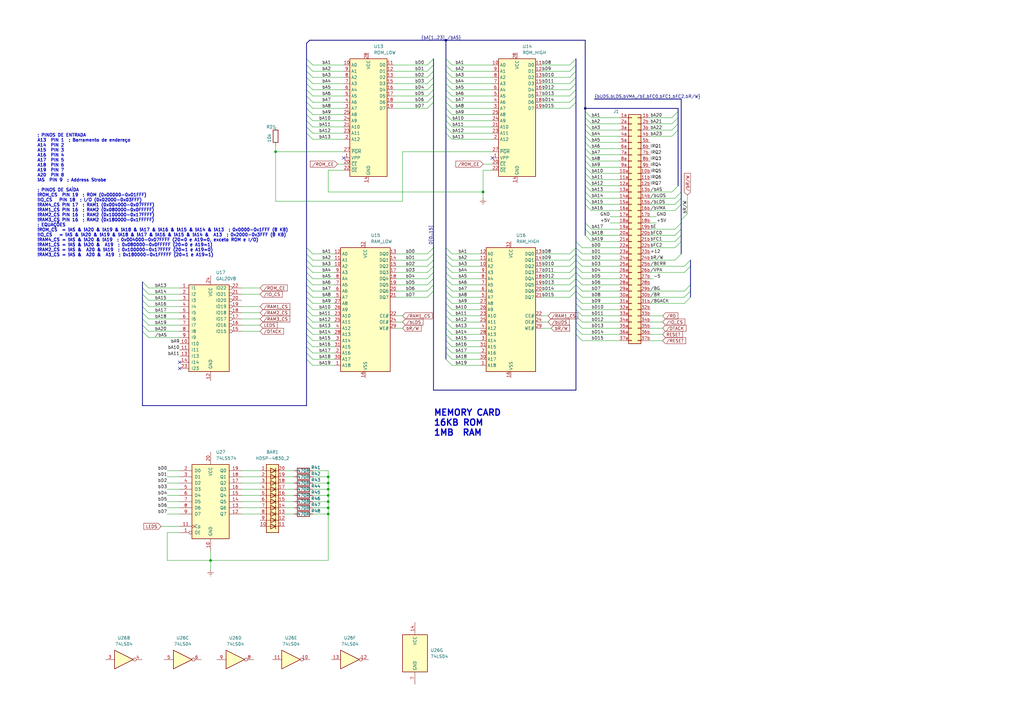
<source format=kicad_sch>
(kicad_sch (version 20230121) (generator eeschema)
  (paper "A3")
  (junction (at 134.62 208.28))
  (junction (at 134.62 205.74))
  (junction (at 86.36 229.87))
  (junction (at 134.62 203.2))
  (junction (at 240.03 44.45))
  (junction (at 134.62 195.58))
  (junction (at 182.88 16.51))
  (junction (at 134.62 200.66))
  (junction (at 134.62 198.12))
  (junction (at 113.03 62.23))
  (junction (at 134.62 210.82))
  (junction (at 198.12 78.74))
  (no_connect (at 73.66 151.13))
  (no_connect (at 201.93 64.77))
  (no_connect (at 73.66 148.59))
  (no_connect (at 140.97 64.77))
  (bus_entry (at 177.8 116.84) (size -2.54 2.54))
  (bus_entry (at 58.42 128.27) (size 2.54 2.54))
  (bus_entry (at 240.03 76.2) (size 2.54 2.54))
  (bus_entry (at 182.88 147.32) (size 2.54 2.54))
  (bus_entry (at 58.42 133.35) (size 2.54 2.54))
  (bus_entry (at 182.88 29.21) (size 2.54 2.54))
  (bus_entry (at 236.22 134.62) (size 2.54 2.54))
  (bus_entry (at 182.88 137.16) (size 2.54 2.54))
  (bus_entry (at 236.22 24.13) (size -2.54 2.54))
  (bus_entry (at 182.88 44.45) (size 2.54 2.54))
  (bus_entry (at 240.03 66.04) (size 2.54 2.54))
  (bus_entry (at 182.88 36.83) (size 2.54 2.54))
  (bus_entry (at 125.73 31.75) (size 2.54 2.54))
  (bus_entry (at 240.03 83.82) (size 2.54 2.54))
  (bus_entry (at 240.03 96.52) (size 2.54 2.54))
  (bus_entry (at 58.42 135.89) (size 2.54 2.54))
  (bus_entry (at 236.22 109.22) (size 2.54 2.54))
  (bus_entry (at 177.8 34.29) (size -2.54 2.54))
  (bus_entry (at 182.88 39.37) (size 2.54 2.54))
  (bus_entry (at 236.22 124.46) (size 2.54 2.54))
  (bus_entry (at 182.88 114.3) (size 2.54 2.54))
  (bus_entry (at 240.03 78.74) (size 2.54 2.54))
  (bus_entry (at 236.22 116.84) (size -2.54 2.54))
  (bus_entry (at 240.03 55.88) (size 2.54 2.54))
  (bus_entry (at 236.22 36.83) (size -2.54 2.54))
  (bus_entry (at 125.73 49.53) (size 2.54 2.54))
  (bus_entry (at 182.88 116.84) (size 2.54 2.54))
  (bus_entry (at 182.88 54.61) (size 2.54 2.54))
  (bus_entry (at 182.88 31.75) (size 2.54 2.54))
  (bus_entry (at 236.22 121.92) (size 2.54 2.54))
  (bus_entry (at 125.73 36.83) (size 2.54 2.54))
  (bus_entry (at 278.13 45.72) (size -2.54 2.54))
  (bus_entry (at 177.8 41.91) (size -2.54 2.54))
  (bus_entry (at 236.22 119.38) (size -2.54 2.54))
  (bus_entry (at 236.22 137.16) (size 2.54 2.54))
  (bus_entry (at 279.4 96.52) (size -2.54 2.54))
  (bus_entry (at 177.8 29.21) (size -2.54 2.54))
  (bus_entry (at 240.03 58.42) (size 2.54 2.54))
  (bus_entry (at 236.22 101.6) (size 2.54 2.54))
  (bus_entry (at 177.8 106.68) (size -2.54 2.54))
  (bus_entry (at 236.22 41.91) (size -2.54 2.54))
  (bus_entry (at 177.8 104.14) (size -2.54 2.54))
  (bus_entry (at 125.73 104.14) (size 2.54 2.54))
  (bus_entry (at 182.88 109.22) (size 2.54 2.54))
  (bus_entry (at 182.88 41.91) (size 2.54 2.54))
  (bus_entry (at 125.73 144.78) (size 2.54 2.54))
  (bus_entry (at 182.88 34.29) (size 2.54 2.54))
  (bus_entry (at 58.42 118.11) (size 2.54 2.54))
  (bus_entry (at 125.73 109.22) (size 2.54 2.54))
  (bus_entry (at 125.73 129.54) (size 2.54 2.54))
  (bus_entry (at 240.03 91.44) (size 2.54 2.54))
  (bus_entry (at 125.73 124.46) (size 2.54 2.54))
  (bus_entry (at 182.88 139.7) (size 2.54 2.54))
  (bus_entry (at 182.88 119.38) (size 2.54 2.54))
  (bus_entry (at 125.73 137.16) (size 2.54 2.54))
  (bus_entry (at 236.22 111.76) (size 2.54 2.54))
  (bus_entry (at 125.73 127) (size 2.54 2.54))
  (bus_entry (at 283.21 116.84) (size -2.54 2.54))
  (bus_entry (at 125.73 119.38) (size 2.54 2.54))
  (bus_entry (at 240.03 60.96) (size 2.54 2.54))
  (bus_entry (at 125.73 111.76) (size 2.54 2.54))
  (bus_entry (at 236.22 101.6) (size -2.54 2.54))
  (bus_entry (at 240.03 48.26) (size 2.54 2.54))
  (bus_entry (at 240.03 68.58) (size 2.54 2.54))
  (bus_entry (at 125.73 52.07) (size 2.54 2.54))
  (bus_entry (at 236.22 114.3) (size 2.54 2.54))
  (bus_entry (at 278.13 50.8) (size -2.54 2.54))
  (bus_entry (at 182.88 121.92) (size 2.54 2.54))
  (bus_entry (at 182.88 106.68) (size 2.54 2.54))
  (bus_entry (at 125.73 106.68) (size 2.54 2.54))
  (bus_entry (at 236.22 132.08) (size 2.54 2.54))
  (bus_entry (at 236.22 119.38) (size 2.54 2.54))
  (bus_entry (at 182.88 129.54) (size 2.54 2.54))
  (bus_entry (at 283.21 106.68) (size -2.54 2.54))
  (bus_entry (at 182.88 104.14) (size 2.54 2.54))
  (bus_entry (at 236.22 26.67) (size -2.54 2.54))
  (bus_entry (at 125.73 101.6) (size 2.54 2.54))
  (bus_entry (at 125.73 139.7) (size 2.54 2.54))
  (bus_entry (at 240.03 45.72) (size 2.54 2.54))
  (bus_entry (at 278.13 53.34) (size -2.54 2.54))
  (bus_entry (at 125.73 121.92) (size 2.54 2.54))
  (bus_entry (at 182.88 111.76) (size 2.54 2.54))
  (bus_entry (at 283.21 109.22) (size -2.54 2.54))
  (bus_entry (at 279.4 99.06) (size -2.54 2.54))
  (bus_entry (at 182.88 46.99) (size 2.54 2.54))
  (bus_entry (at 236.22 106.68) (size -2.54 2.54))
  (bus_entry (at 182.88 144.78) (size 2.54 2.54))
  (bus_entry (at 182.88 49.53) (size 2.54 2.54))
  (bus_entry (at 125.73 44.45) (size 2.54 2.54))
  (bus_entry (at 279.4 91.44) (size -2.54 2.54))
  (bus_entry (at 236.22 109.22) (size -2.54 2.54))
  (bus_entry (at 240.03 93.98) (size 2.54 2.54))
  (bus_entry (at 125.73 147.32) (size 2.54 2.54))
  (bus_entry (at 236.22 31.75) (size -2.54 2.54))
  (bus_entry (at 236.22 114.3) (size -2.54 2.54))
  (bus_entry (at 236.22 99.06) (size 2.54 2.54))
  (bus_entry (at 283.21 121.92) (size -2.54 2.54))
  (bus_entry (at 279.4 93.98) (size -2.54 2.54))
  (bus_entry (at 125.73 134.62) (size 2.54 2.54))
  (bus_entry (at 236.22 39.37) (size -2.54 2.54))
  (bus_entry (at 279.4 81.28) (size -2.54 2.54))
  (bus_entry (at 279.4 90.17) (size 2.54 -2.54))
  (bus_entry (at 125.73 41.91) (size 2.54 2.54))
  (bus_entry (at 125.73 132.08) (size 2.54 2.54))
  (bus_entry (at 177.8 109.22) (size -2.54 2.54))
  (bus_entry (at 240.03 81.28) (size 2.54 2.54))
  (bus_entry (at 58.42 130.81) (size 2.54 2.54))
  (bus_entry (at 279.4 104.14) (size -2.54 2.54))
  (bus_entry (at 236.22 29.21) (size -2.54 2.54))
  (bus_entry (at 236.22 106.68) (size 2.54 2.54))
  (bus_entry (at 125.73 24.13) (size 2.54 2.54))
  (bus_entry (at 182.88 132.08) (size 2.54 2.54))
  (bus_entry (at 278.13 76.2) (size -2.54 2.54))
  (bus_entry (at 177.8 24.13) (size -2.54 2.54))
  (bus_entry (at 182.88 24.13) (size 2.54 2.54))
  (bus_entry (at 125.73 26.67) (size 2.54 2.54))
  (bus_entry (at 125.73 39.37) (size 2.54 2.54))
  (bus_entry (at 182.88 101.6) (size 2.54 2.54))
  (bus_entry (at 125.73 34.29) (size 2.54 2.54))
  (bus_entry (at 240.03 73.66) (size 2.54 2.54))
  (bus_entry (at 236.22 127) (size 2.54 2.54))
  (bus_entry (at 182.88 127) (size 2.54 2.54))
  (bus_entry (at 58.42 125.73) (size 2.54 2.54))
  (bus_entry (at 177.8 119.38) (size -2.54 2.54))
  (bus_entry (at 182.88 52.07) (size 2.54 2.54))
  (bus_entry (at 125.73 142.24) (size 2.54 2.54))
  (bus_entry (at 177.8 31.75) (size -2.54 2.54))
  (bus_entry (at 58.42 115.57) (size 2.54 2.54))
  (bus_entry (at 182.88 124.46) (size 2.54 2.54))
  (bus_entry (at 177.8 101.6) (size -2.54 2.54))
  (bus_entry (at 177.8 26.67) (size -2.54 2.54))
  (bus_entry (at 182.88 26.67) (size 2.54 2.54))
  (bus_entry (at 240.03 50.8) (size 2.54 2.54))
  (bus_entry (at 236.22 116.84) (size 2.54 2.54))
  (bus_entry (at 182.88 134.62) (size 2.54 2.54))
  (bus_entry (at 236.22 111.76) (size -2.54 2.54))
  (bus_entry (at 240.03 63.5) (size 2.54 2.54))
  (bus_entry (at 58.42 120.65) (size 2.54 2.54))
  (bus_entry (at 177.8 114.3) (size -2.54 2.54))
  (bus_entry (at 177.8 111.76) (size -2.54 2.54))
  (bus_entry (at 236.22 104.14) (size -2.54 2.54))
  (bus_entry (at 236.22 129.54) (size 2.54 2.54))
  (bus_entry (at 236.22 34.29) (size -2.54 2.54))
  (bus_entry (at 125.73 46.99) (size 2.54 2.54))
  (bus_entry (at 236.22 104.14) (size 2.54 2.54))
  (bus_entry (at 279.4 83.82) (size -2.54 2.54))
  (bus_entry (at 125.73 114.3) (size 2.54 2.54))
  (bus_entry (at 125.73 29.21) (size 2.54 2.54))
  (bus_entry (at 58.42 123.19) (size 2.54 2.54))
  (bus_entry (at 240.03 71.12) (size 2.54 2.54))
  (bus_entry (at 182.88 142.24) (size 2.54 2.54))
  (bus_entry (at 177.8 36.83) (size -2.54 2.54))
  (bus_entry (at 283.21 119.38) (size -2.54 2.54))
  (bus_entry (at 125.73 54.61) (size 2.54 2.54))
  (bus_entry (at 278.13 48.26) (size -2.54 2.54))
  (bus_entry (at 240.03 53.34) (size 2.54 2.54))
  (bus_entry (at 279.4 78.74) (size -2.54 2.54))
  (bus_entry (at 177.8 39.37) (size -2.54 2.54))
  (bus_entry (at 125.73 116.84) (size 2.54 2.54))
  (wire (pts (xy 267.97 114.3) (xy 266.7 114.3)))
  (bus (pts (xy 125.73 41.91) (xy 125.73 44.45)))
  (wire (pts (xy 238.76 132.08) (xy 254 132.08)))
  (wire (pts (xy 165.1 62.23) (xy 201.93 62.23)))
  (wire (pts (xy 222.25 26.67) (xy 233.68 26.67)))
  (bus (pts (xy 125.73 132.08) (xy 125.73 134.62)))
  (wire (pts (xy 128.27 147.32) (xy 137.16 147.32)))
  (bus (pts (xy 182.88 127) (xy 182.88 129.54)))
  (wire (pts (xy 185.42 137.16) (xy 196.85 137.16)))
  (bus (pts (xy 236.22 39.37) (xy 236.22 41.91)))
  (wire (pts (xy 242.57 93.98) (xy 254 93.98)))
  (bus (pts (xy 182.88 129.54) (xy 182.88 132.08)))
  (wire (pts (xy 128.27 34.29) (xy 140.97 34.29)))
  (wire (pts (xy 238.76 121.92) (xy 254 121.92)))
  (bus (pts (xy 58.42 130.81) (xy 58.42 133.35)))
  (wire (pts (xy 128.27 198.12) (xy 134.62 198.12)))
  (wire (pts (xy 162.56 116.84) (xy 175.26 116.84)))
  (wire (pts (xy 165.1 134.62) (xy 162.56 134.62)))
  (bus (pts (xy 182.88 29.21) (xy 182.88 31.75)))
  (wire (pts (xy 68.58 208.28) (xy 73.66 208.28)))
  (bus (pts (xy 236.22 124.46) (xy 236.22 127)))
  (wire (pts (xy 106.68 203.2) (xy 99.06 203.2)))
  (bus (pts (xy 127 16.51) (xy 125.73 17.78)))
  (wire (pts (xy 106.68 130.81) (xy 99.06 130.81)))
  (wire (pts (xy 242.57 86.36) (xy 254 86.36)))
  (wire (pts (xy 68.58 193.04) (xy 73.66 193.04)))
  (bus (pts (xy 236.22 34.29) (xy 236.22 36.83)))
  (wire (pts (xy 128.27 57.15) (xy 140.97 57.15)))
  (bus (pts (xy 125.73 106.68) (xy 125.73 109.22)))
  (bus (pts (xy 278.13 53.34) (xy 278.13 76.2)))
  (wire (pts (xy 106.68 200.66) (xy 99.06 200.66)))
  (wire (pts (xy 134.62 198.12) (xy 134.62 200.66)))
  (bus (pts (xy 240.03 71.12) (xy 240.03 73.66)))
  (wire (pts (xy 128.27 54.61) (xy 140.97 54.61)))
  (bus (pts (xy 283.21 119.38) (xy 283.21 121.92)))
  (wire (pts (xy 281.94 80.01) (xy 281.94 87.63)))
  (wire (pts (xy 185.42 29.21) (xy 201.93 29.21)))
  (bus (pts (xy 182.88 46.99) (xy 182.88 49.53)))
  (wire (pts (xy 222.25 119.38) (xy 233.68 119.38)))
  (wire (pts (xy 276.86 81.28) (xy 266.7 81.28)))
  (wire (pts (xy 280.67 119.38) (xy 266.7 119.38)))
  (wire (pts (xy 134.62 69.85) (xy 140.97 69.85)))
  (wire (pts (xy 128.27 111.76) (xy 137.16 111.76)))
  (wire (pts (xy 60.96 120.65) (xy 73.66 120.65)))
  (bus (pts (xy 177.8 36.83) (xy 177.8 39.37)))
  (bus (pts (xy 125.73 147.32) (xy 125.73 166.37)))
  (wire (pts (xy 86.36 229.87) (xy 134.62 229.87)))
  (wire (pts (xy 185.42 39.37) (xy 201.93 39.37)))
  (wire (pts (xy 185.42 104.14) (xy 196.85 104.14)))
  (wire (pts (xy 116.84 205.74) (xy 120.65 205.74)))
  (wire (pts (xy 106.68 135.89) (xy 99.06 135.89)))
  (bus (pts (xy 279.4 78.74) (xy 279.4 81.28)))
  (wire (pts (xy 198.12 69.85) (xy 201.93 69.85)))
  (bus (pts (xy 279.4 90.17) (xy 279.4 91.44)))
  (wire (pts (xy 86.36 229.87) (xy 86.36 233.68)))
  (bus (pts (xy 278.13 48.26) (xy 278.13 50.8)))
  (wire (pts (xy 276.86 101.6) (xy 266.7 101.6)))
  (bus (pts (xy 240.03 68.58) (xy 240.03 71.12)))
  (wire (pts (xy 128.27 203.2) (xy 134.62 203.2)))
  (bus (pts (xy 182.88 54.61) (xy 182.88 101.6)))
  (wire (pts (xy 113.03 62.23) (xy 140.97 62.23)))
  (wire (pts (xy 242.57 81.28) (xy 254 81.28)))
  (wire (pts (xy 161.29 31.75) (xy 175.26 31.75)))
  (bus (pts (xy 236.22 134.62) (xy 236.22 137.16)))
  (wire (pts (xy 60.96 128.27) (xy 73.66 128.27)))
  (wire (pts (xy 238.76 114.3) (xy 254 114.3)))
  (bus (pts (xy 125.73 137.16) (xy 125.73 139.7)))
  (wire (pts (xy 276.86 93.98) (xy 266.7 93.98)))
  (wire (pts (xy 106.68 210.82) (xy 99.06 210.82)))
  (bus (pts (xy 182.88 16.51) (xy 240.03 16.51)))
  (wire (pts (xy 242.57 58.42) (xy 254 58.42)))
  (bus (pts (xy 182.88 144.78) (xy 182.88 147.32)))
  (bus (pts (xy 177.8 106.68) (xy 177.8 109.22)))
  (bus (pts (xy 279.4 96.52) (xy 279.4 99.06)))
  (bus (pts (xy 240.03 53.34) (xy 240.03 55.88)))
  (bus (pts (xy 182.88 49.53) (xy 182.88 52.07)))
  (bus (pts (xy 278.13 45.72) (xy 278.13 48.26)))
  (wire (pts (xy 66.04 215.9) (xy 73.66 215.9)))
  (wire (pts (xy 128.27 205.74) (xy 134.62 205.74)))
  (wire (pts (xy 242.57 53.34) (xy 254 53.34)))
  (wire (pts (xy 128.27 109.22) (xy 137.16 109.22)))
  (bus (pts (xy 182.88 39.37) (xy 182.88 41.91)))
  (wire (pts (xy 276.86 106.68) (xy 266.7 106.68)))
  (wire (pts (xy 238.76 101.6) (xy 254 101.6)))
  (bus (pts (xy 177.8 24.13) (xy 177.8 26.67)))
  (wire (pts (xy 185.42 134.62) (xy 196.85 134.62)))
  (wire (pts (xy 162.56 119.38) (xy 175.26 119.38)))
  (wire (pts (xy 106.68 120.65) (xy 99.06 120.65)))
  (wire (pts (xy 128.27 142.24) (xy 137.16 142.24)))
  (bus (pts (xy 182.88 124.46) (xy 182.88 127)))
  (bus (pts (xy 58.42 166.37) (xy 125.73 166.37)))
  (wire (pts (xy 134.62 69.85) (xy 134.62 78.74)))
  (bus (pts (xy 278.13 50.8) (xy 278.13 53.34)))
  (bus (pts (xy 58.42 133.35) (xy 58.42 135.89)))
  (wire (pts (xy 185.42 36.83) (xy 201.93 36.83)))
  (wire (pts (xy 242.57 73.66) (xy 254 73.66)))
  (wire (pts (xy 161.29 26.67) (xy 175.26 26.67)))
  (bus (pts (xy 125.73 101.6) (xy 125.73 104.14)))
  (wire (pts (xy 185.42 121.92) (xy 196.85 121.92)))
  (wire (pts (xy 222.25 114.3) (xy 233.68 114.3)))
  (wire (pts (xy 161.29 39.37) (xy 175.26 39.37)))
  (bus (pts (xy 236.22 101.6) (xy 236.22 104.14)))
  (bus (pts (xy 177.8 34.29) (xy 177.8 36.83)))
  (wire (pts (xy 185.42 132.08) (xy 196.85 132.08)))
  (wire (pts (xy 238.76 104.14) (xy 254 104.14)))
  (wire (pts (xy 161.29 29.21) (xy 175.26 29.21)))
  (bus (pts (xy 182.88 116.84) (xy 182.88 119.38)))
  (wire (pts (xy 275.59 55.88) (xy 266.7 55.88)))
  (wire (pts (xy 276.86 86.36) (xy 266.7 86.36)))
  (wire (pts (xy 128.27 49.53) (xy 140.97 49.53)))
  (wire (pts (xy 60.96 138.43) (xy 73.66 138.43)))
  (wire (pts (xy 242.57 55.88) (xy 254 55.88)))
  (wire (pts (xy 271.78 129.54) (xy 266.7 129.54)))
  (wire (pts (xy 238.76 124.46) (xy 254 124.46)))
  (wire (pts (xy 276.86 96.52) (xy 266.7 96.52)))
  (bus (pts (xy 125.73 44.45) (xy 125.73 46.99)))
  (wire (pts (xy 113.03 59.69) (xy 113.03 62.23)))
  (bus (pts (xy 182.88 119.38) (xy 182.88 121.92)))
  (wire (pts (xy 222.25 111.76) (xy 233.68 111.76)))
  (bus (pts (xy 58.42 135.89) (xy 58.42 166.37)))
  (wire (pts (xy 68.58 198.12) (xy 73.66 198.12)))
  (wire (pts (xy 271.78 139.7) (xy 266.7 139.7)))
  (wire (pts (xy 238.76 127) (xy 254 127)))
  (wire (pts (xy 276.86 83.82) (xy 266.7 83.82)))
  (bus (pts (xy 177.8 39.37) (xy 177.8 41.91)))
  (bus (pts (xy 182.88 16.51) (xy 182.88 24.13)))
  (bus (pts (xy 236.22 36.83) (xy 236.22 39.37)))
  (wire (pts (xy 60.96 118.11) (xy 73.66 118.11)))
  (wire (pts (xy 242.57 63.5) (xy 254 63.5)))
  (wire (pts (xy 161.29 41.91) (xy 175.26 41.91)))
  (wire (pts (xy 116.84 208.28) (xy 120.65 208.28)))
  (wire (pts (xy 128.27 200.66) (xy 134.62 200.66)))
  (wire (pts (xy 185.42 106.68) (xy 196.85 106.68)))
  (wire (pts (xy 128.27 132.08) (xy 137.16 132.08)))
  (bus (pts (xy 283.21 109.22) (xy 283.21 116.84)))
  (bus (pts (xy 182.88 24.13) (xy 182.88 26.67)))
  (wire (pts (xy 185.42 116.84) (xy 196.85 116.84)))
  (bus (pts (xy 283.21 106.68) (xy 283.21 109.22)))
  (bus (pts (xy 240.03 91.44) (xy 240.03 93.98)))
  (bus (pts (xy 125.73 111.76) (xy 125.73 114.3)))
  (bus (pts (xy 182.88 139.7) (xy 182.88 142.24)))
  (wire (pts (xy 134.62 78.74) (xy 198.12 78.74)))
  (bus (pts (xy 182.88 31.75) (xy 182.88 34.29)))
  (bus (pts (xy 240.03 81.28) (xy 240.03 83.82)))
  (wire (pts (xy 128.27 106.68) (xy 137.16 106.68)))
  (wire (pts (xy 185.42 127) (xy 196.85 127)))
  (wire (pts (xy 128.27 119.38) (xy 137.16 119.38)))
  (bus (pts (xy 240.03 63.5) (xy 240.03 66.04)))
  (bus (pts (xy 125.73 144.78) (xy 125.73 147.32)))
  (bus (pts (xy 125.73 127) (xy 125.73 129.54)))
  (wire (pts (xy 250.19 88.9) (xy 254 88.9)))
  (bus (pts (xy 236.22 129.54) (xy 236.22 132.08)))
  (wire (pts (xy 185.42 54.61) (xy 201.93 54.61)))
  (bus (pts (xy 236.22 109.22) (xy 236.22 111.76)))
  (wire (pts (xy 128.27 195.58) (xy 134.62 195.58)))
  (bus (pts (xy 240.03 78.74) (xy 240.03 81.28)))
  (wire (pts (xy 60.96 123.19) (xy 73.66 123.19)))
  (wire (pts (xy 242.57 50.8) (xy 254 50.8)))
  (bus (pts (xy 177.8 116.84) (xy 177.8 119.38)))
  (bus (pts (xy 236.22 137.16) (xy 236.22 160.02)))
  (wire (pts (xy 165.1 62.23) (xy 165.1 82.55)))
  (bus (pts (xy 243.84 40.64) (xy 279.4 40.64)))
  (bus (pts (xy 182.88 134.62) (xy 182.88 137.16)))
  (bus (pts (xy 236.22 132.08) (xy 236.22 134.62)))
  (wire (pts (xy 161.29 44.45) (xy 175.26 44.45)))
  (wire (pts (xy 116.84 198.12) (xy 120.65 198.12)))
  (wire (pts (xy 238.76 116.84) (xy 254 116.84)))
  (wire (pts (xy 242.57 60.96) (xy 254 60.96)))
  (bus (pts (xy 58.42 128.27) (xy 58.42 130.81)))
  (bus (pts (xy 125.73 54.61) (xy 125.73 101.6)))
  (wire (pts (xy 106.68 208.28) (xy 99.06 208.28)))
  (bus (pts (xy 279.4 83.82) (xy 279.4 90.17)))
  (wire (pts (xy 116.84 203.2) (xy 120.65 203.2)))
  (wire (pts (xy 128.27 193.04) (xy 134.62 193.04)))
  (wire (pts (xy 280.67 111.76) (xy 266.7 111.76)))
  (bus (pts (xy 279.4 81.28) (xy 279.4 83.82)))
  (bus (pts (xy 125.73 46.99) (xy 125.73 49.53)))
  (bus (pts (xy 182.88 52.07) (xy 182.88 54.61)))
  (wire (pts (xy 128.27 44.45) (xy 140.97 44.45)))
  (bus (pts (xy 58.42 123.19) (xy 58.42 125.73)))
  (bus (pts (xy 240.03 44.45) (xy 278.13 44.45)))
  (wire (pts (xy 222.25 116.84) (xy 233.68 116.84)))
  (wire (pts (xy 134.62 210.82) (xy 134.62 229.87)))
  (bus (pts (xy 125.73 119.38) (xy 125.73 121.92)))
  (bus (pts (xy 125.73 121.92) (xy 125.73 124.46)))
  (wire (pts (xy 68.58 218.44) (xy 68.58 229.87)))
  (bus (pts (xy 236.22 104.14) (xy 236.22 106.68)))
  (wire (pts (xy 238.76 111.76) (xy 254 111.76)))
  (wire (pts (xy 162.56 129.54) (xy 165.1 129.54)))
  (wire (pts (xy 185.42 46.99) (xy 201.93 46.99)))
  (wire (pts (xy 134.62 203.2) (xy 134.62 205.74)))
  (wire (pts (xy 280.67 121.92) (xy 266.7 121.92)))
  (wire (pts (xy 276.86 99.06) (xy 266.7 99.06)))
  (bus (pts (xy 125.73 129.54) (xy 125.73 132.08)))
  (wire (pts (xy 242.57 48.26) (xy 254 48.26)))
  (bus (pts (xy 182.88 114.3) (xy 182.88 116.84)))
  (wire (pts (xy 222.25 41.91) (xy 233.68 41.91)))
  (wire (pts (xy 134.62 205.74) (xy 134.62 208.28)))
  (wire (pts (xy 185.42 147.32) (xy 196.85 147.32)))
  (bus (pts (xy 236.22 106.68) (xy 236.22 109.22)))
  (wire (pts (xy 128.27 134.62) (xy 137.16 134.62)))
  (wire (pts (xy 242.57 99.06) (xy 254 99.06)))
  (bus (pts (xy 240.03 93.98) (xy 240.03 96.52)))
  (bus (pts (xy 182.88 34.29) (xy 182.88 36.83)))
  (wire (pts (xy 106.68 133.35) (xy 99.06 133.35)))
  (wire (pts (xy 134.62 195.58) (xy 134.62 198.12)))
  (wire (pts (xy 275.59 78.74) (xy 266.7 78.74)))
  (wire (pts (xy 222.25 44.45) (xy 233.68 44.45)))
  (wire (pts (xy 68.58 205.74) (xy 73.66 205.74)))
  (wire (pts (xy 280.67 109.22) (xy 266.7 109.22)))
  (bus (pts (xy 182.88 109.22) (xy 182.88 111.76)))
  (wire (pts (xy 185.42 26.67) (xy 201.93 26.67)))
  (wire (pts (xy 106.68 193.04) (xy 99.06 193.04)))
  (bus (pts (xy 240.03 50.8) (xy 240.03 53.34)))
  (bus (pts (xy 127 16.51) (xy 182.88 16.51)))
  (wire (pts (xy 185.42 111.76) (xy 196.85 111.76)))
  (wire (pts (xy 222.25 129.54) (xy 224.79 129.54)))
  (bus (pts (xy 236.22 26.67) (xy 236.22 29.21)))
  (bus (pts (xy 125.73 124.46) (xy 125.73 127)))
  (bus (pts (xy 125.73 139.7) (xy 125.73 142.24)))
  (wire (pts (xy 198.12 67.31) (xy 201.93 67.31)))
  (bus (pts (xy 177.8 26.67) (xy 177.8 29.21)))
  (bus (pts (xy 182.88 26.67) (xy 182.88 29.21)))
  (wire (pts (xy 106.68 198.12) (xy 99.06 198.12)))
  (bus (pts (xy 125.73 114.3) (xy 125.73 116.84)))
  (bus (pts (xy 182.88 44.45) (xy 182.88 46.99)))
  (wire (pts (xy 271.78 132.08) (xy 266.7 132.08)))
  (wire (pts (xy 116.84 210.82) (xy 120.65 210.82)))
  (bus (pts (xy 240.03 83.82) (xy 240.03 91.44)))
  (wire (pts (xy 128.27 26.67) (xy 140.97 26.67)))
  (wire (pts (xy 222.25 109.22) (xy 233.68 109.22)))
  (wire (pts (xy 185.42 44.45) (xy 201.93 44.45)))
  (wire (pts (xy 185.42 142.24) (xy 196.85 142.24)))
  (wire (pts (xy 128.27 144.78) (xy 137.16 144.78)))
  (bus (pts (xy 58.42 115.57) (xy 58.42 118.11)))
  (wire (pts (xy 106.68 118.11) (xy 99.06 118.11)))
  (wire (pts (xy 185.42 129.54) (xy 196.85 129.54)))
  (wire (pts (xy 250.19 91.44) (xy 254 91.44)))
  (wire (pts (xy 275.59 50.8) (xy 266.7 50.8)))
  (bus (pts (xy 177.8 111.76) (xy 177.8 114.3)))
  (wire (pts (xy 266.7 88.9) (xy 269.24 88.9)))
  (wire (pts (xy 113.03 62.23) (xy 113.03 82.55)))
  (wire (pts (xy 60.96 133.35) (xy 73.66 133.35)))
  (wire (pts (xy 138.43 67.31) (xy 140.97 67.31)))
  (wire (pts (xy 128.27 41.91) (xy 140.97 41.91)))
  (bus (pts (xy 240.03 66.04) (xy 240.03 68.58)))
  (wire (pts (xy 269.24 91.44) (xy 266.7 91.44)))
  (wire (pts (xy 185.42 114.3) (xy 196.85 114.3)))
  (bus (pts (xy 125.73 142.24) (xy 125.73 144.78)))
  (bus (pts (xy 236.22 119.38) (xy 236.22 121.92)))
  (bus (pts (xy 182.88 106.68) (xy 182.88 109.22)))
  (bus (pts (xy 278.13 44.45) (xy 278.13 45.72)))
  (wire (pts (xy 222.25 132.08) (xy 224.79 132.08)))
  (wire (pts (xy 222.25 36.83) (xy 233.68 36.83)))
  (bus (pts (xy 240.03 55.88) (xy 240.03 58.42)))
  (wire (pts (xy 238.76 129.54) (xy 254 129.54)))
  (bus (pts (xy 125.73 116.84) (xy 125.73 119.38)))
  (bus (pts (xy 182.88 111.76) (xy 182.88 114.3)))
  (wire (pts (xy 238.76 139.7) (xy 254 139.7)))
  (bus (pts (xy 177.8 109.22) (xy 177.8 111.76)))
  (wire (pts (xy 128.27 29.21) (xy 140.97 29.21)))
  (wire (pts (xy 106.68 128.27) (xy 99.06 128.27)))
  (wire (pts (xy 161.29 36.83) (xy 175.26 36.83)))
  (bus (pts (xy 240.03 45.72) (xy 240.03 48.26)))
  (wire (pts (xy 128.27 114.3) (xy 137.16 114.3)))
  (wire (pts (xy 185.42 52.07) (xy 201.93 52.07)))
  (bus (pts (xy 125.73 49.53) (xy 125.73 52.07)))
  (wire (pts (xy 222.25 34.29) (xy 233.68 34.29)))
  (bus (pts (xy 283.21 116.84) (xy 283.21 119.38)))
  (bus (pts (xy 177.8 119.38) (xy 177.8 160.02)))
  (bus (pts (xy 177.8 31.75) (xy 177.8 34.29)))
  (bus (pts (xy 236.22 121.92) (xy 236.22 124.46)))
  (bus (pts (xy 125.73 52.07) (xy 125.73 54.61)))
  (wire (pts (xy 128.27 121.92) (xy 137.16 121.92)))
  (bus (pts (xy 125.73 39.37) (xy 125.73 41.91)))
  (bus (pts (xy 279.4 93.98) (xy 279.4 96.52)))
  (wire (pts (xy 116.84 200.66) (xy 120.65 200.66)))
  (bus (pts (xy 125.73 109.22) (xy 125.73 111.76)))
  (bus (pts (xy 58.42 125.73) (xy 58.42 128.27)))
  (wire (pts (xy 161.29 34.29) (xy 175.26 34.29)))
  (wire (pts (xy 238.76 109.22) (xy 254 109.22)))
  (wire (pts (xy 222.25 39.37) (xy 233.68 39.37)))
  (bus (pts (xy 182.88 137.16) (xy 182.88 139.7)))
  (wire (pts (xy 128.27 124.46) (xy 137.16 124.46)))
  (wire (pts (xy 238.76 134.62) (xy 254 134.62)))
  (bus (pts (xy 236.22 29.21) (xy 236.22 31.75)))
  (wire (pts (xy 185.42 124.46) (xy 196.85 124.46)))
  (wire (pts (xy 238.76 137.16) (xy 254 137.16)))
  (wire (pts (xy 128.27 149.86) (xy 137.16 149.86)))
  (wire (pts (xy 128.27 52.07) (xy 140.97 52.07)))
  (wire (pts (xy 238.76 106.68) (xy 254 106.68)))
  (wire (pts (xy 128.27 46.99) (xy 140.97 46.99)))
  (wire (pts (xy 242.57 83.82) (xy 254 83.82)))
  (wire (pts (xy 222.25 106.68) (xy 233.68 106.68)))
  (wire (pts (xy 128.27 137.16) (xy 137.16 137.16)))
  (wire (pts (xy 128.27 208.28) (xy 134.62 208.28)))
  (wire (pts (xy 86.36 226.06) (xy 86.36 229.87)))
  (wire (pts (xy 162.56 132.08) (xy 165.1 132.08)))
  (bus (pts (xy 236.22 127) (xy 236.22 129.54)))
  (wire (pts (xy 198.12 81.28) (xy 198.12 78.74)))
  (wire (pts (xy 134.62 208.28) (xy 134.62 210.82)))
  (wire (pts (xy 238.76 119.38) (xy 254 119.38)))
  (bus (pts (xy 236.22 111.76) (xy 236.22 114.3)))
  (wire (pts (xy 68.58 229.87) (xy 86.36 229.87)))
  (bus (pts (xy 240.03 58.42) (xy 240.03 60.96)))
  (wire (pts (xy 134.62 200.66) (xy 134.62 203.2)))
  (bus (pts (xy 182.88 101.6) (xy 182.88 104.14)))
  (wire (pts (xy 242.57 76.2) (xy 254 76.2)))
  (wire (pts (xy 242.57 78.74) (xy 254 78.74)))
  (bus (pts (xy 279.4 40.64) (xy 279.4 78.74)))
  (bus (pts (xy 177.8 101.6) (xy 177.8 104.14)))
  (wire (pts (xy 60.96 135.89) (xy 73.66 135.89)))
  (bus (pts (xy 58.42 118.11) (xy 58.42 120.65)))
  (wire (pts (xy 280.67 124.46) (xy 266.7 124.46)))
  (wire (pts (xy 116.84 193.04) (xy 120.65 193.04)))
  (wire (pts (xy 275.59 48.26) (xy 266.7 48.26)))
  (wire (pts (xy 242.57 66.04) (xy 254 66.04)))
  (wire (pts (xy 162.56 111.76) (xy 175.26 111.76)))
  (bus (pts (xy 236.22 31.75) (xy 236.22 34.29)))
  (wire (pts (xy 185.42 109.22) (xy 196.85 109.22)))
  (wire (pts (xy 185.42 41.91) (xy 201.93 41.91)))
  (wire (pts (xy 162.56 106.68) (xy 175.26 106.68)))
  (wire (pts (xy 185.42 49.53) (xy 201.93 49.53)))
  (bus (pts (xy 182.88 121.92) (xy 182.88 124.46)))
  (wire (pts (xy 242.57 96.52) (xy 254 96.52)))
  (wire (pts (xy 185.42 139.7) (xy 196.85 139.7)))
  (bus (pts (xy 177.8 104.14) (xy 177.8 106.68)))
  (wire (pts (xy 128.27 129.54) (xy 137.16 129.54)))
  (wire (pts (xy 106.68 195.58) (xy 99.06 195.58)))
  (bus (pts (xy 177.8 41.91) (xy 177.8 101.6)))
  (wire (pts (xy 185.42 57.15) (xy 201.93 57.15)))
  (wire (pts (xy 128.27 116.84) (xy 137.16 116.84)))
  (wire (pts (xy 222.25 121.92) (xy 233.68 121.92)))
  (bus (pts (xy 182.88 142.24) (xy 182.88 144.78)))
  (bus (pts (xy 125.73 17.78) (xy 125.73 24.13)))
  (bus (pts (xy 236.22 116.84) (xy 236.22 119.38)))
  (wire (pts (xy 271.78 137.16) (xy 266.7 137.16)))
  (wire (pts (xy 68.58 203.2) (xy 73.66 203.2)))
  (wire (pts (xy 128.27 139.7) (xy 137.16 139.7)))
  (bus (pts (xy 240.03 16.51) (xy 240.03 44.45)))
  (wire (pts (xy 128.27 39.37) (xy 140.97 39.37)))
  (bus (pts (xy 125.73 104.14) (xy 125.73 106.68)))
  (wire (pts (xy 128.27 210.82) (xy 134.62 210.82)))
  (bus (pts (xy 125.73 36.83) (xy 125.73 39.37)))
  (wire (pts (xy 116.84 195.58) (xy 120.65 195.58)))
  (wire (pts (xy 134.62 193.04) (xy 134.62 195.58)))
  (bus (pts (xy 177.8 160.02) (xy 236.22 160.02)))
  (wire (pts (xy 185.42 149.86) (xy 196.85 149.86)))
  (bus (pts (xy 125.73 31.75) (xy 125.73 34.29)))
  (wire (pts (xy 222.25 29.21) (xy 233.68 29.21)))
  (wire (pts (xy 113.03 82.55) (xy 165.1 82.55)))
  (bus (pts (xy 182.88 132.08) (xy 182.88 134.62)))
  (wire (pts (xy 106.68 205.74) (xy 99.06 205.74)))
  (wire (pts (xy 60.96 130.81) (xy 73.66 130.81)))
  (bus (pts (xy 240.03 48.26) (xy 240.03 50.8)))
  (bus (pts (xy 236.22 99.06) (xy 236.22 101.6)))
  (bus (pts (xy 236.22 41.91) (xy 236.22 99.06)))
  (wire (pts (xy 162.56 104.14) (xy 175.26 104.14)))
  (bus (pts (xy 182.88 36.83) (xy 182.88 39.37)))
  (wire (pts (xy 128.27 36.83) (xy 140.97 36.83)))
  (wire (pts (xy 106.68 125.73) (xy 99.06 125.73)))
  (wire (pts (xy 68.58 218.44) (xy 73.66 218.44)))
  (bus (pts (xy 236.22 24.13) (xy 236.22 26.67)))
  (wire (pts (xy 242.57 68.58) (xy 254 68.58)))
  (bus (pts (xy 240.03 76.2) (xy 240.03 78.74)))
  (wire (pts (xy 128.27 31.75) (xy 140.97 31.75)))
  (wire (pts (xy 222.25 104.14) (xy 233.68 104.14)))
  (bus (pts (xy 125.73 29.21) (xy 125.73 31.75)))
  (wire (pts (xy 185.42 31.75) (xy 201.93 31.75)))
  (bus (pts (xy 240.03 60.96) (xy 240.03 63.5)))
  (wire (pts (xy 242.57 71.12) (xy 254 71.12)))
  (wire (pts (xy 185.42 119.38) (xy 196.85 119.38)))
  (wire (pts (xy 60.96 125.73) (xy 73.66 125.73)))
  (bus (pts (xy 177.8 114.3) (xy 177.8 116.84)))
  (bus (pts (xy 279.4 99.06) (xy 279.4 104.14)))
  (wire (pts (xy 185.42 34.29) (xy 201.93 34.29)))
  (bus (pts (xy 58.42 120.65) (xy 58.42 123.19)))
  (wire (pts (xy 226.06 134.62) (xy 222.25 134.62)))
  (wire (pts (xy 222.25 31.75) (xy 233.68 31.75)))
  (wire (pts (xy 275.59 53.34) (xy 266.7 53.34)))
  (bus (pts (xy 240.03 44.45) (xy 240.03 45.72)))
  (bus (pts (xy 125.73 24.13) (xy 125.73 26.67)))
  (bus (pts (xy 125.73 134.62) (xy 125.73 137.16)))
  (bus (pts (xy 182.88 104.14) (xy 182.88 106.68)))
  (wire (pts (xy 162.56 121.92) (xy 175.26 121.92)))
  (wire (pts (xy 185.42 144.78) (xy 196.85 144.78)))
  (wire (pts (xy 198.12 69.85) (xy 198.12 78.74)))
  (bus (pts (xy 125.73 34.29) (xy 125.73 36.83)))
  (wire (pts (xy 128.27 127) (xy 137.16 127)))
  (wire (pts (xy 68.58 200.66) (xy 73.66 200.66)))
  (wire (pts (xy 162.56 109.22) (xy 175.26 109.22)))
  (bus (pts (xy 240.03 73.66) (xy 240.03 76.2)))
  (wire (pts (xy 162.56 114.3) (xy 175.26 114.3)))
  (bus (pts (xy 177.8 29.21) (xy 177.8 31.75)))
  (bus (pts (xy 279.4 91.44) (xy 279.4 93.98)))
  (wire (pts (xy 271.78 134.62) (xy 266.7 134.62)))
  (wire (pts (xy 68.58 195.58) (xy 73.66 195.58)))
  (wire (pts (xy 128.27 104.14) (xy 137.16 104.14)))
  (bus (pts (xy 125.73 26.67) (xy 125.73 29.21)))
  (bus (pts (xy 236.22 114.3) (xy 236.22 116.84)))
  (bus (pts (xy 182.88 41.91) (xy 182.88 44.45)))
  (wire (pts (xy 68.58 210.82) (xy 73.66 210.82)))
  (text "; PINOS DE ENTRADA\nA13  PIN 1  ; Barramento de endereço\nA14  PIN 2\nA15  PIN 3\nA16  PIN 4\nA17  PIN 5\nA18  PIN 6\nA19  PIN 7\nA20  PIN 8\n!AS  PIN 9  ; Address Strobe\n\n; PINOS DE SAÍDA\n!ROM_CS  PIN 19  ; ROM (0x00000-0x01FFF)\n!IO_CS   PIN 18  ; I/O (0x02000-0x03FFF)\n!RAM4_CS PIN 17  ; RAM1 (0x004000-0x07FFFF)\n!RAM1_CS PIN 16  ; RAM2 (0x080000-0x0FFFFF)\n!RAM2_CS PIN 16  ; RAM2 (0x100000-0x17FFFF)\n!RAM3_CS PIN 16  ; RAM2 (0x180000-0x1FFFFF)\n; EQUAÇÕES\n!ROM_CS  = !AS & !A20 & !A19 & !A18 & !A17 & !A16 & !A15 & !A14 & !A13  ; 0x0000-0x1FFF (8 KB)\n!IO_CS   = !AS & !A20 & !A19 & !A18 & !A17 & !A16 & !A15 & !A14 &  A13  ; 0x2000-0x3FFF (8 KB)\n!RAM4_CS = !AS & !A20 & !A19  ; 0x004000-0x07FFFF (20=0 e A19=0, exceto ROM e I/O)\n!RAM1_CS = !AS & !A20 &  A19  ; 0x080000-0x0FFFFF (20=0 e A19=1)\n!RAM2_CS = !AS &  A20 & !A19  ; 0x100000-0x17FFFF (20=1 e A19=0)\n!RAM3_CS = !AS &  A20 &  A19  ; 0x180000-0x1FFFFF (20=1 e A19=1)" (at 15.24 105.41 0) (effects (font (size 1.27 1.27) (thickness 0.254) bold) (justify left bottom)))
  (text "MEMORY CARD\n16KB ROM\n1MB  RAM" (at 177.8 179.07 0) (effects (font (size 2.54 2.54) (thickness 0.508) bold) (justify left bottom)))
  (label "bD10" (at 222.25 31.75 0))
  (label "bD3" (at 242.57 109.22 0))
  (label "bA12" (at 130.81 54.61 0))
  (label "{bUDS,bLDS,bVMA,{slash}bE,bFC0,bFC1,bFC2,bR{slash}W}" (at 243.84 40.64 0))
  (label "bA18" (at 130.81 147.32 0))
  (label "GND" (at 269.24 88.9 0))
  (label "bD10" (at 222.25 109.22 0))
  (label "bA13" (at 130.81 134.62 0))
  (label "bA9" (at 187.96 124.46 0))
  (label "bA4" (at 132.08 111.76 0))
  (label "bA14" (at 242.57 81.28 0))
  (label "bD4" (at 68.58 203.2 180))
  (label "{slash}bAS" (at 266.7 78.74 0))
  (label "bA8" (at 132.08 121.92 0))
  (label "bD14" (at 242.57 137.16 0))
  (label "bA5" (at 132.08 114.3 0))
  (label "bD0" (at 242.57 101.6 0))
  (label "{slash}bUDS" (at 266.7 81.28 0))
  (label "bD11" (at 222.25 34.29 0))
  (label "bA9" (at 242.57 68.58 0))
  (label "bD15" (at 222.25 44.45 0))
  (label "bA15" (at 186.69 139.7 0))
  (label "bA8" (at 132.08 44.45 0))
  (label "IRQ7" (at 266.7 76.2 0))
  (label "bA8" (at 186.69 44.45 0))
  (label "bA16" (at 242.57 86.36 0))
  (label "bA2" (at 187.96 106.68 0))
  (label "bA2" (at 132.08 29.21 0))
  (label "bA16" (at 186.69 142.24 0))
  (label "bA7" (at 242.57 63.5 0))
  (label "bA8" (at 187.96 121.92 0))
  (label "bD13" (at 222.25 116.84 0))
  (label "GND" (at 250.19 88.9 180))
  (label "bD0" (at 170.18 26.67 0))
  (label "bD7" (at 170.18 44.45 0))
  (label "{slash}BGACK" (at 266.7 124.46 0))
  (label "bD2" (at 242.57 106.68 0))
  (label "bA4" (at 186.69 34.29 0))
  (label "bFC0" (at 266.7 96.52 0))
  (label "{slash}bAS" (at 63.5 138.43 0))
  (label "bA3" (at 187.96 109.22 0))
  (label "bA19" (at 242.57 99.06 0))
  (label "bD0" (at 68.58 193.04 180))
  (label "bA1" (at 186.69 26.67 0))
  (label "bD8" (at 242.57 121.92 0))
  (label "bA1" (at 132.08 26.67 0))
  (label "bD6" (at 170.18 41.91 0))
  (label "bD6" (at 68.58 208.28 180))
  (label "bA6" (at 242.57 60.96 0))
  (label "bA4" (at 132.08 34.29 0))
  (label "bA19" (at 130.81 149.86 0))
  (label "+5V" (at 250.19 91.44 180))
  (label "bD5" (at 166.37 116.84 0))
  (label "bA9" (at 132.08 124.46 0))
  (label "bFC1" (at 266.7 99.06 0))
  (label "bD12" (at 222.25 114.3 0))
  (label "bA17" (at 130.81 144.78 0))
  (label "bA6" (at 132.08 39.37 0))
  (label "bA9" (at 73.66 140.97 180))
  (label "bFC2" (at 266.7 101.6 0))
  (label "bA9" (at 132.08 46.99 0))
  (label "{slash}VPA" (at 266.7 111.76 0))
  (label "IRQ4" (at 266.7 68.58 0))
  (label "bA14" (at 130.81 137.16 0))
  (label "bD14" (at 222.25 119.38 0))
  (label "bA13" (at 63.5 118.11 0))
  (label "bD1" (at 242.57 104.14 0))
  (label "bA15" (at 130.81 139.7 0))
  (label "{bA[1..23] {slash}bAS}" (at 172.72 16.51 0))
  (label "bD3" (at 170.18 34.29 0))
  (label "IRQ5" (at 266.7 71.12 0))
  (label "bA16" (at 130.81 142.24 0))
  (label "D[0..15]" (at 177.8 100.33 90))
  (label "bA11" (at 130.81 52.07 0))
  (label "bA3" (at 242.57 53.34 0))
  (label "bD1" (at 68.58 195.58 180))
  (label "{slash}bVMA" (at 266.7 86.36 0))
  (label "bA1" (at 242.57 48.26 0))
  (label "bD3" (at 68.58 200.66 180))
  (label "bA13" (at 242.57 78.74 0))
  (label "bD12" (at 222.25 36.83 0))
  (label "bD9" (at 222.25 29.21 0))
  (label "bD8" (at 222.25 26.67 0))
  (label "bA21" (at 266.7 50.8 0))
  (label "bA11" (at 73.66 146.05 180))
  (label "bA17" (at 63.5 128.27 0))
  (label "bA5" (at 242.57 58.42 0))
  (label "bD5" (at 242.57 114.3 0))
  (label "bD7" (at 68.58 210.82 180))
  (label "bA14" (at 63.5 120.65 0))
  (label "bA14" (at 186.69 137.16 0))
  (label "bA17" (at 242.57 93.98 0))
  (label "bD9" (at 242.57 124.46 0))
  (label "bA18" (at 63.5 130.81 0))
  (label "bD11" (at 242.57 129.54 0))
  (label "bA13" (at 130.81 57.15 0))
  (label "bD14" (at 222.25 41.91 0))
  (label "bD4" (at 166.37 114.3 0))
  (label "bD4" (at 242.57 111.76 0))
  (label "bD5" (at 170.18 39.37 0))
  (label "bA5" (at 187.96 114.3 0))
  (label "bA6" (at 132.08 116.84 0))
  (label "bA2" (at 186.69 29.21 0))
  (label "{slash}bLDS" (at 266.7 83.82 0))
  (label "+12" (at 266.7 104.14 0))
  (label "bA18" (at 242.57 96.52 0))
  (label "bA7" (at 186.69 41.91 0))
  (label "bA7" (at 132.08 119.38 0))
  (label "bA3" (at 132.08 31.75 0))
  (label "bD3" (at 166.37 111.76 0))
  (label "bD0" (at 166.37 104.14 0))
  (label "bA7" (at 132.08 41.91 0))
  (label "bD6" (at 242.57 116.84 0))
  (label "bD6" (at 166.37 119.38 0))
  (label "bE" (at 266.7 93.98 0))
  (label "{slash}BG" (at 266.7 119.38 0))
  (label "bR{slash}W" (at 266.7 106.68 0))
  (label "bD10" (at 242.57 127 0))
  (label "bA12" (at 185.42 54.61 0))
  (label "bD9" (at 222.25 106.68 0))
  (label "bD12" (at 242.57 132.08 0))
  (label "bA2" (at 242.57 50.8 0))
  (label "IRQ2" (at 266.7 63.5 0))
  (label "bA10" (at 130.81 127 0))
  (label "bA6" (at 186.69 39.37 0))
  (label "bD1" (at 166.37 106.68 0))
  (label "bA10" (at 242.57 71.12 0))
  (label "bA11" (at 185.42 52.07 0))
  (label "bD2" (at 166.37 109.22 0))
  (label "bA10" (at 186.69 127 0))
  (label "bD15" (at 242.57 139.7 0))
  (label "bA15" (at 242.57 83.82 0))
  (label "bA4" (at 187.96 111.76 0))
  (label "bA16" (at 63.5 125.73 0))
  (label "bA20" (at 63.5 135.89 0))
  (label "bA6" (at 187.96 116.84 0))
  (label "bA10" (at 185.42 49.53 0))
  (label "-5" (at 267.97 114.3 0))
  (label "bA12" (at 130.81 132.08 0))
  (label "bA18" (at 186.69 147.32 0))
  (label "bA2" (at 132.08 106.68 0))
  (label "bA1" (at 132.08 104.14 0))
  (label "bD7" (at 166.37 121.92 0))
  (label "IRQ1" (at 266.7 60.96 0))
  (label "{slash}BR" (at 266.7 121.92 0))
  (label "bA11" (at 186.69 129.54 0))
  (label "bA11" (at 242.57 73.66 0))
  (label "bA15" (at 63.5 123.19 0))
  (label "bA7" (at 187.96 119.38 0))
  (label "IRQ3" (at 266.7 66.04 0))
  (label "bA12" (at 242.57 76.2 0))
  (label "bA17" (at 186.69 144.78 0))
  (label "+5V" (at 269.24 91.44 0))
  (label "bR{slash}W" (at 281.94 87.63 90))
  (label "bA10" (at 73.66 143.51 180))
  (label "bD15" (at 222.25 121.92 0))
  (label "bA5" (at 186.69 36.83 0))
  (label "bD5" (at 68.58 205.74 180))
  (label "bA4" (at 242.57 55.88 0))
  (label "bA13" (at 186.69 134.62 0))
  (label "IRQ6" (at 266.7 73.66 0))
  (label "bA20" (at 266.7 48.26 0))
  (label "bA3" (at 132.08 109.22 0))
  (label "bA13" (at 185.42 57.15 0))
  (label "{slash}BERR" (at 266.7 109.22 0))
  (label "bD13" (at 222.25 39.37 0))
  (label "bA12" (at 186.69 132.08 0))
  (label "bD1" (at 170.18 29.21 0))
  (label "bA19" (at 186.69 149.86 0))
  (label "bA23" (at 266.7 55.88 0))
  (label "bA9" (at 186.69 46.99 0))
  (label "bA11" (at 130.81 129.54 0))
  (label "bA22" (at 266.7 53.34 0))
  (label "bA5" (at 132.08 36.83 0))
  (label "bA10" (at 130.81 49.53 0))
  (label "bA8" (at 242.57 66.04 0))
  (label "bD13" (at 242.57 134.62 0))
  (label "bA1" (at 187.96 104.14 0))
  (label "bA3" (at 186.69 31.75 0))
  (label "bA19" (at 63.5 133.35 0))
  (label "bD4" (at 170.18 36.83 0))
  (label "bD8" (at 222.25 104.14 0))
  (label "bD7" (at 242.57 119.38 0))
  (label "bD2" (at 170.18 31.75 0))
  (label "bD2" (at 68.58 198.12 180))
  (label "bD11" (at 222.25 111.76 0))
  (global_label "{slash}bR{slash}W" (shape input) (at 281.94 80.01 90) (property "Intersheetrefs" "${INTERSHEET_REFS}" (effects hide)))
  (global_label "{slash}RAM1_CS" (shape input) (at 165.1 129.54 0) (property "Intersheetrefs" "${INTERSHEET_REFS}" (effects hide)))
  (global_label "{slash}IO_CS" (shape input) (at 106.68 120.65 0) (property "Intersheetrefs" "${INTERSHEET_REFS}" (effects hide)))
  (global_label "{slash}bLDS" (shape input) (at 165.1 132.08 0) (property "Intersheetrefs" "${INTERSHEET_REFS}" (effects hide)))
  (global_label "{slash}RAM3_CS" (shape input) (at 106.68 130.81 0) (property "Intersheetrefs" "${INTERSHEET_REFS}" (effects hide)))
  (global_label "{slash}RAM1_CS" (shape input) (at 224.79 129.54 0) (property "Intersheetrefs" "${INTERSHEET_REFS}" (effects hide)))
  (global_label "{slash}bUDS" (shape input) (at 224.79 132.08 0) (property "Intersheetrefs" "${INTERSHEET_REFS}" (effects hide)))
  (global_label "{slash}RESET" (shape input) (at 271.78 139.7 0) (property "Intersheetrefs" "${INTERSHEET_REFS}" (effects hide)))
  (global_label "LEDS" (shape input) (at 66.04 215.9 180) (property "Intersheetrefs" "${INTERSHEET_REFS}" (effects hide)))
  (global_label "{slash}RAM2_CS" (shape input) (at 106.68 128.27 0) (property "Intersheetrefs" "${INTERSHEET_REFS}" (effects hide)))
  (global_label "{slash}ROM_CE" (shape input) (at 106.68 118.11 0) (property "Intersheetrefs" "${INTERSHEET_REFS}" (effects hide)))
  (global_label "RESET" (shape input) (at 271.78 137.16 0) (property "Intersheetrefs" "${INTERSHEET_REFS}" (effects hide)))
  (global_label "{slash}DTACK" (shape input) (at 106.68 135.89 0) (property "Intersheetrefs" "${INTERSHEET_REFS}" (effects hide)))
  (global_label "bR{slash}W" (shape input) (at 165.1 134.62 0) (property "Intersheetrefs" "${INTERSHEET_REFS}" (effects hide)))
  (global_label "{slash}ROM_CE" (shape input) (at 198.12 67.31 180) (property "Intersheetrefs" "${INTERSHEET_REFS}" (effects hide)))
  (global_label "{slash}IO_CS" (shape input) (at 271.78 132.08 0) (property "Intersheetrefs" "${INTERSHEET_REFS}" (effects hide)))
  (global_label "LEDS" (shape input) (at 106.68 133.35 0) (property "Intersheetrefs" "${INTERSHEET_REFS}" (effects hide)))
  (global_label "{slash}RAM1_CS" (shape input) (at 106.68 125.73 0) (property "Intersheetrefs" "${INTERSHEET_REFS}" (effects hide)))
  (global_label "{slash}ROM_CE" (shape input) (at 138.43 67.31 180) (property "Intersheetrefs" "${INTERSHEET_REFS}" (effects hide)))
  (global_label "{slash}RD" (shape input) (at 271.78 129.54 0) (property "Intersheetrefs" "${INTERSHEET_REFS}" (effects hide)))
  (global_label "bR{slash}W" (shape input) (at 226.06 134.62 0) (property "Intersheetrefs" "${INTERSHEET_REFS}" (effects hide)))
  (global_label "{slash}DTACK" (shape input) (at 271.78 134.62 0) (property "Intersheetrefs" "${INTERSHEET_REFS}" (effects hide)))
  (symbol (lib_id "Memory_RAM:AS6C4008-55PCN") (at 149.86 127 0) (unit 1)
    (property "Reference" "U15" (at 152.0541 96.52 0) (effects (justify left)))
    (property "Value" "RAM_LOW" (at 152.0541 99.06 0) (effects (justify left)))
    (property "Footprint" "Package_DIP:DIP-32_W15.24mm" (effects hide))
    (property "Datasheet" "https://www.alliancememory.com/wp-content/uploads/pdf/AS6C4008.pdf" (effects hide))
  )
  (symbol (lib_id "Device:R") (at 124.46 200.66 90) (unit 1)
    (property "Reference" "R44" (at 129.54 199.39 90))
    (property "Value" "470R" (at 124.46 200.66 90))
  )
  (symbol (lib_id "Device:R") (at 124.46 198.12 90) (unit 1)
    (property "Reference" "R43" (at 129.54 196.85 90))
    (property "Value" "470R" (at 124.46 198.12 90))
  )
  (symbol (lib_id "Device:R") (at 124.46 210.82 90) (unit 1)
    (property "Reference" "R48" (at 129.54 209.55 90))
    (property "Value" "470R" (at 124.46 210.82 90))
  )
  (symbol (lib_id "Device:R") (at 124.46 195.58 90) (unit 1)
    (property "Reference" "R42" (at 129.54 194.31 90))
    (property "Value" "470R" (at 124.46 195.58 90))
  )
  (symbol (lib_id "74xx:74LS04") (at 50.8 270.51 0) (unit 2)
    (property "Reference" "U26" (at 50.8 261.62 0))
    (property "Value" "74LS04" (at 50.8 264.16 0))
    (property "Datasheet" "http://www.ti.com/lit/gpn/sn74LS04" (effects hide))
  )
  (symbol (lib_id "74xx:74LS04") (at 74.93 270.51 0) (unit 3)
    (property "Reference" "U26" (at 74.93 261.62 0))
    (property "Value" "74LS04" (at 74.93 264.16 0))
    (property "Datasheet" "http://www.ti.com/lit/gpn/sn74LS04" (effects hide))
  )
  (symbol (lib_id "Memory_EPROM:2764") (at 151.13 46.99 0) (unit 1)
    (property "Reference" "U13" (at 153.3241 19.05 0) (effects (justify left)))
    (property "Value" "ROM_LOW" (at 153.3241 21.59 0) (effects (justify left)))
    (property "Footprint" "Package_DIP:DIP-28_W15.24mm" (effects hide))
    (property "Datasheet" "https://downloads.reactivemicro.com/Electronics/ROM/2764%20EPROM.pdf" (effects hide))
  )
  (symbol (lib_id "Device:R") (at 113.03 55.88 0) (unit 1)
    (property "Reference" "R21" (at 109.22 52.07 0) (effects (justify left)))
    (property "Value" "10k" (at 110.49 58.42 90) (effects (justify left)))
    (property "Footprint" "Resistor_THT:R_Axial_DIN0204_L3.6mm_D1.6mm_P5.08mm_Horizontal" (effects hide))
  )
  (symbol (lib_id "Device:R") (at 124.46 193.04 90) (unit 1)
    (property "Reference" "R41" (at 129.54 191.77 90))
    (property "Value" "470R" (at 124.46 193.04 90))
  )
  (symbol (lib_id "Connector_Generic:Conn_02x37_Row_Letter_Last") (at 259.08 93.98 0) (unit 1)
    (property "Reference" "J1" (at 252.73 45.72 0))
    (property "Value" "Conn_02x37_Row_Letter_Last" (effects hide))
    (property "Footprint" "Connector_PinHeader_2.54mm:PinHeader_2x37_P2.54mm_Vertical" (effects hide))
  )
  (symbol (lib_id "74xx:74LS574") (at 86.36 205.74 0) (unit 1)
    (property "Reference" "U27" (at 88.5541 185.42 0) (effects (justify left)))
    (property "Value" "74LS574" (at 88.5541 187.96 0) (effects (justify left)))
    (property "Datasheet" "http://www.ti.com/lit/gpn/sn74LS574" (effects hide))
  )
  (symbol (lib_id "power:GNDREF") (at 86.36 233.68 0) (unit 1)
    (property "Reference" "#PWR071" (effects hide))
    (property "Value" "GNDREF" (effects hide))
  )
  (symbol (lib_id "74xx:74LS04") (at 170.18 267.97 0) (unit 7)
    (property "Reference" "U26" (at 176.53 266.7 0) (effects (justify left)))
    (property "Value" "74LS04" (at 176.53 269.24 0) (effects (justify left)))
    (property "Datasheet" "http://www.ti.com/lit/gpn/sn74LS04" (effects hide))
  )
  (symbol (lib_id "Device:R") (at 124.46 203.2 90) (unit 1)
    (property "Reference" "R45" (at 129.54 201.93 90))
    (property "Value" "470R" (at 124.46 203.2 90))
  )
  (symbol (lib_id "74xx:74LS04") (at 143.51 270.51 0) (unit 6)
    (property "Reference" "U26" (at 143.51 261.62 0))
    (property "Value" "74LS04" (at 143.51 264.16 0))
    (property "Datasheet" "http://www.ti.com/lit/gpn/sn74LS04" (effects hide))
  )
  (symbol (lib_id "Device:R") (at 124.46 205.74 90) (unit 1)
    (property "Reference" "R46" (at 129.54 204.47 90))
    (property "Value" "470R" (at 124.46 205.74 90))
  )
  (symbol (lib_id "Device:R") (at 124.46 208.28 90) (unit 1)
    (property "Reference" "R47" (at 129.54 207.01 90))
    (property "Value" "470R" (at 124.46 208.28 90))
  )
  (symbol (lib_id "LED:HDSP-4830_2") (at 111.76 203.2 0) (unit 1)
    (property "Reference" "BAR1" (at 111.76 185.42 0))
    (property "Value" "HDSP-4830_2" (at 111.76 187.96 0))
    (property "Footprint" "Display:HDSP-4830" (effects hide))
    (property "Datasheet" "https://docs.broadcom.com/docs/AV02-1798EN" (effects hide))
  )
  (symbol (lib_id "74xx:74LS04") (at 96.52 270.51 0) (unit 4)
    (property "Reference" "U26" (at 96.52 261.62 0))
    (property "Value" "74LS04" (at 96.52 264.16 0))
    (property "Datasheet" "http://www.ti.com/lit/gpn/sn74LS04" (effects hide))
  )
  (symbol (lib_id "Memory_RAM:AS6C4008-55PCN") (at 209.55 127 0) (unit 1)
    (property "Reference" "U16" (at 211.7441 96.52 0) (effects (justify left)))
    (property "Value" "RAM_HIGH" (at 211.7441 99.06 0) (effects (justify left)))
    (property "Footprint" "Package_DIP:DIP-32_W15.24mm" (effects hide))
    (property "Datasheet" "https://www.alliancememory.com/wp-content/uploads/pdf/AS6C4008.pdf" (effects hide))
  )
  (symbol (lib_id "power:GNDREF") (at 198.12 81.28 0) (unit 1)
    (property "Reference" "#PWR072" (effects hide))
    (property "Value" "GNDREF" (effects hide))
  )
  (symbol (lib_id "Logic_Programmable:PAL20L8") (at 86.36 135.89 0) (unit 1)
    (property "Reference" "U17" (at 88.5541 111.76 0) (effects (justify left)))
    (property "Value" "GAL20V8" (at 88.5541 114.3 0) (effects (justify left)))
  )
  (symbol (lib_id "74xx:74LS04") (at 119.38 270.51 0) (unit 5)
    (property "Reference" "U26" (at 119.38 261.62 0))
    (property "Value" "74LS04" (at 119.38 264.16 0))
    (property "Datasheet" "http://www.ti.com/lit/gpn/sn74LS04" (effects hide))
  )
  (symbol (lib_id "Memory_EPROM:2764") (at 212.09 46.99 0) (unit 1)
    (property "Reference" "U14" (at 214.2841 19.05 0) (effects (justify left)))
    (property "Value" "ROM_HIGH" (at 214.2841 21.59 0) (effects (justify left)))
    (property "Footprint" "Package_DIP:DIP-28_W15.24mm" (effects hide))
    (property "Datasheet" "https://downloads.reactivemicro.com/Electronics/ROM/2764%20EPROM.pdf" (effects hide))
  )
)
</source>
